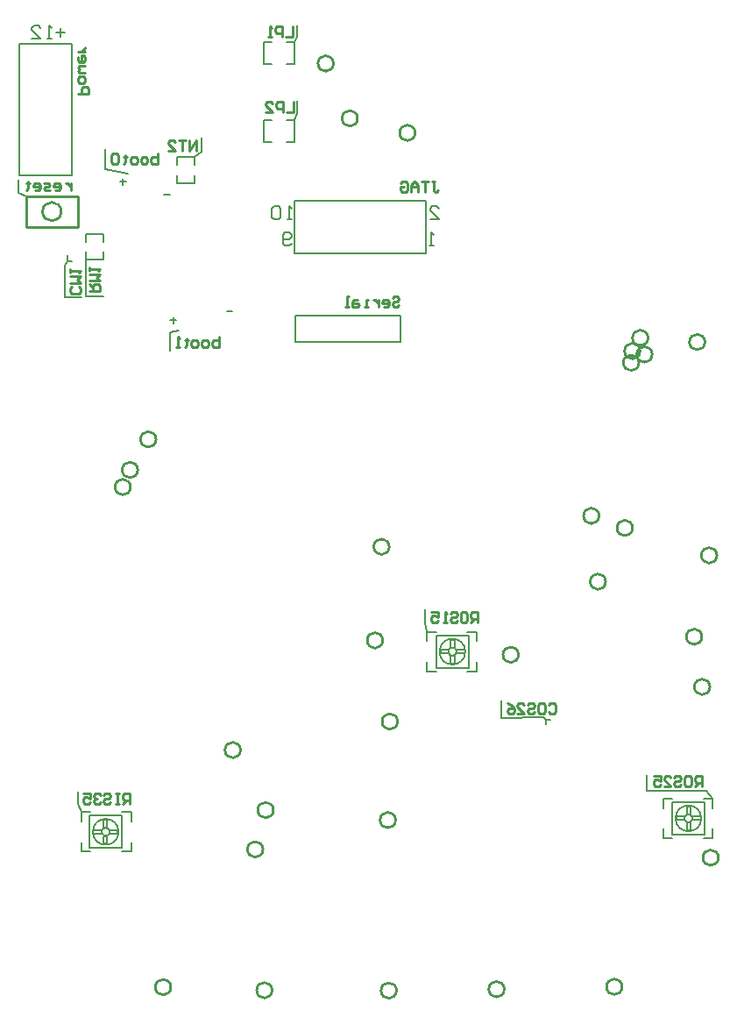
<source format=gbo>
G04*
G04 #@! TF.GenerationSoftware,Altium Limited,Altium Designer,19.0.10 (269)*
G04*
G04 Layer_Color=32896*
%FSLAX44Y44*%
%MOMM*%
G71*
G01*
G75*
%ADD10C,0.2540*%
%ADD11C,0.2000*%
%ADD12C,0.1524*%
%ADD13C,0.2500*%
%ADD15C,0.1270*%
%ADD16C,0.2032*%
%ADD68C,0.1520*%
D10*
X1024500Y1062000D02*
G03*
X1024500Y1062000I-7500J0D01*
G01*
X944409Y439327D02*
G03*
X944409Y439327I-7500J0D01*
G01*
X1037500Y564000D02*
G03*
X1037500Y564000I-7500J0D01*
G01*
X665581Y1331000D02*
G03*
X665581Y1331000I-7500J0D01*
G01*
X744500Y1264000D02*
G03*
X744500Y1264000I-7500J0D01*
G01*
X1029290Y729000D02*
G03*
X1029290Y729000I-7500J0D01*
G01*
X688910Y1278000D02*
G03*
X688910Y1278000I-7500J0D01*
G01*
X830598Y437000D02*
G03*
X830598Y437000I-7500J0D01*
G01*
X973500Y1049991D02*
G03*
X973500Y1049991I-7500J0D01*
G01*
X928585Y830585D02*
G03*
X928585Y830585I-7500J0D01*
G01*
X954500Y882399D02*
G03*
X954500Y882399I-7500J0D01*
G01*
X969500Y1066000D02*
G03*
X969500Y1066000I-7500J0D01*
G01*
X606323Y436000D02*
G03*
X606323Y436000I-7500J0D01*
G01*
X844319Y760000D02*
G03*
X844319Y760000I-7500J0D01*
G01*
X719500Y864350D02*
G03*
X719500Y864350I-7500J0D01*
G01*
X713167Y773902D02*
G03*
X713167Y773902I-7500J0D01*
G01*
X1036073Y856000D02*
G03*
X1036073Y856000I-7500J0D01*
G01*
X575756Y668000D02*
G03*
X575756Y668000I-7500J0D01*
G01*
X727500Y695500D02*
G03*
X727500Y695500I-7500J0D01*
G01*
X725598Y600339D02*
G03*
X725598Y600339I-7500J0D01*
G01*
X607500Y610000D02*
G03*
X607500Y610000I-7500J0D01*
G01*
X922174Y894144D02*
G03*
X922174Y894144I-7500J0D01*
G01*
X469500Y922000D02*
G03*
X469500Y922000I-7500J0D01*
G01*
X476500Y938473D02*
G03*
X476500Y938473I-7500J0D01*
G01*
X961788Y1053238D02*
G03*
X961788Y1053238I-7500J0D01*
G01*
X960673Y1042000D02*
G03*
X960673Y1042000I-7500J0D01*
G01*
X1021500Y777364D02*
G03*
X1021500Y777364I-7500J0D01*
G01*
X508500Y439000D02*
G03*
X508500Y439000I-7500J0D01*
G01*
X494175Y968000D02*
G03*
X494175Y968000I-7500J0D01*
G01*
X597500Y572027D02*
G03*
X597500Y572027I-7500J0D01*
G01*
X726500Y435722D02*
G03*
X726500Y435722I-7500J0D01*
G01*
X402500Y1188000D02*
G03*
X402500Y1188000I-9000J0D01*
G01*
X627000Y1293997D02*
Y1284000D01*
X620336D01*
X617003D02*
Y1293997D01*
X612005D01*
X610339Y1292331D01*
Y1288998D01*
X612005Y1287332D01*
X617003D01*
X600342Y1284000D02*
X607006D01*
X600342Y1290665D01*
Y1292331D01*
X602008Y1293997D01*
X605340D01*
X607006Y1292331D01*
X626000Y1366997D02*
Y1357000D01*
X619336D01*
X616003D02*
Y1366997D01*
X611005D01*
X609339Y1365331D01*
Y1361998D01*
X611005Y1360332D01*
X616003D01*
X606006Y1357000D02*
X602674D01*
X604340D01*
Y1366997D01*
X606006Y1365331D01*
X496000Y1243997D02*
Y1234000D01*
X491002D01*
X489336Y1235666D01*
Y1237332D01*
Y1238998D01*
X491002Y1240665D01*
X496000D01*
X484337Y1234000D02*
X481005D01*
X479339Y1235666D01*
Y1238998D01*
X481005Y1240665D01*
X484337D01*
X486003Y1238998D01*
Y1235666D01*
X484337Y1234000D01*
X474340D02*
X471008D01*
X469342Y1235666D01*
Y1238998D01*
X471008Y1240665D01*
X474340D01*
X476006Y1238998D01*
Y1235666D01*
X474340Y1234000D01*
X464343Y1242331D02*
Y1240665D01*
X466010D01*
X462677D01*
X464343D01*
Y1235666D01*
X462677Y1234000D01*
X457679Y1242331D02*
X456013Y1243997D01*
X452681D01*
X451015Y1242331D01*
Y1235666D01*
X452681Y1234000D01*
X456013D01*
X457679Y1235666D01*
Y1242331D01*
X412000Y1215665D02*
Y1209000D01*
Y1212332D01*
X410334Y1213998D01*
X408668Y1215665D01*
X407002D01*
X397005Y1209000D02*
X400337D01*
X402003Y1210666D01*
Y1213998D01*
X400337Y1215665D01*
X397005D01*
X395339Y1213998D01*
Y1212332D01*
X402003D01*
X392006Y1209000D02*
X387008D01*
X385342Y1210666D01*
X387008Y1212332D01*
X390340D01*
X392006Y1213998D01*
X390340Y1215665D01*
X385342D01*
X377011Y1209000D02*
X380344D01*
X382010Y1210666D01*
Y1213998D01*
X380344Y1215665D01*
X377011D01*
X375345Y1213998D01*
Y1212332D01*
X382010D01*
X370347Y1217331D02*
Y1215665D01*
X372013D01*
X368681D01*
X370347D01*
Y1210666D01*
X368681Y1209000D01*
X555000Y1066997D02*
Y1057000D01*
X550002D01*
X548335Y1058666D01*
Y1060332D01*
Y1061998D01*
X550002Y1063664D01*
X555000D01*
X543337Y1057000D02*
X540005D01*
X538339Y1058666D01*
Y1061998D01*
X540005Y1063664D01*
X543337D01*
X545003Y1061998D01*
Y1058666D01*
X543337Y1057000D01*
X533340D02*
X530008D01*
X528342Y1058666D01*
Y1061998D01*
X530008Y1063664D01*
X533340D01*
X535006Y1061998D01*
Y1058666D01*
X533340Y1057000D01*
X523344Y1065331D02*
Y1063664D01*
X525010D01*
X521677D01*
X523344D01*
Y1058666D01*
X521677Y1057000D01*
X516679D02*
X513347D01*
X515013D01*
Y1066997D01*
X516679Y1065331D01*
X1021500Y633000D02*
Y642997D01*
X1016502D01*
X1014836Y641331D01*
Y637998D01*
X1016502Y636332D01*
X1021500D01*
X1018168D02*
X1014836Y633000D01*
X1006505Y642997D02*
X1009837D01*
X1011503Y641331D01*
Y634666D01*
X1009837Y633000D01*
X1006505D01*
X1004839Y634666D01*
Y641331D01*
X1006505Y642997D01*
X994842Y641331D02*
X996508Y642997D01*
X999840D01*
X1001507Y641331D01*
Y639664D01*
X999840Y637998D01*
X996508D01*
X994842Y636332D01*
Y634666D01*
X996508Y633000D01*
X999840D01*
X1001507Y634666D01*
X984845Y633000D02*
X991510D01*
X984845Y639664D01*
Y641331D01*
X986511Y642997D01*
X989844D01*
X991510Y641331D01*
X974848Y642997D02*
X981513D01*
Y637998D01*
X978181Y639664D01*
X976515D01*
X974848Y637998D01*
Y634666D01*
X976515Y633000D01*
X979847D01*
X981513Y634666D01*
X805000Y791000D02*
Y800997D01*
X800002D01*
X798335Y799331D01*
Y795998D01*
X800002Y794332D01*
X805000D01*
X801668D02*
X798335Y791000D01*
X790005Y800997D02*
X793337D01*
X795003Y799331D01*
Y792666D01*
X793337Y791000D01*
X790005D01*
X788339Y792666D01*
Y799331D01*
X790005Y800997D01*
X778342Y799331D02*
X780008Y800997D01*
X783340D01*
X785006Y799331D01*
Y797664D01*
X783340Y795998D01*
X780008D01*
X778342Y794332D01*
Y792666D01*
X780008Y791000D01*
X783340D01*
X785006Y792666D01*
X775010Y791000D02*
X771677D01*
X773344D01*
Y800997D01*
X775010Y799331D01*
X760014Y800997D02*
X766679D01*
Y795998D01*
X763347Y797664D01*
X761681D01*
X760014Y795998D01*
Y792666D01*
X761681Y791000D01*
X765013D01*
X766679Y792666D01*
X430000Y1111000D02*
X439997D01*
Y1115998D01*
X438331Y1117664D01*
X434998D01*
X433332Y1115998D01*
Y1111000D01*
Y1114332D02*
X430000Y1117664D01*
Y1120997D02*
X439997D01*
X436665Y1124329D01*
X439997Y1127661D01*
X430000D01*
Y1130993D02*
Y1134326D01*
Y1132660D01*
X439997D01*
X438331Y1130993D01*
X468708Y616270D02*
Y626267D01*
X463710D01*
X462043Y624601D01*
Y621268D01*
X463710Y619602D01*
X468708D01*
X465376D02*
X462043Y616270D01*
X458711Y626267D02*
X455379D01*
X457045D01*
Y616270D01*
X458711D01*
X455379D01*
X443716Y624601D02*
X445382Y626267D01*
X448714D01*
X450381Y624601D01*
Y622934D01*
X448714Y621268D01*
X445382D01*
X443716Y619602D01*
Y617936D01*
X445382Y616270D01*
X448714D01*
X450381Y617936D01*
X440384Y624601D02*
X438718Y626267D01*
X435385D01*
X433719Y624601D01*
Y622934D01*
X435385Y621268D01*
X437052D01*
X435385D01*
X433719Y619602D01*
Y617936D01*
X435385Y616270D01*
X438718D01*
X440384Y617936D01*
X423722Y626267D02*
X430387D01*
Y621268D01*
X427055Y622934D01*
X425389D01*
X423722Y621268D01*
Y617936D01*
X425389Y616270D01*
X428721D01*
X430387Y617936D01*
X419000Y1302000D02*
X428997D01*
Y1306998D01*
X427331Y1308665D01*
X423998D01*
X422332Y1306998D01*
Y1302000D01*
X419000Y1313663D02*
Y1316995D01*
X420666Y1318661D01*
X423998D01*
X425664Y1316995D01*
Y1313663D01*
X423998Y1311997D01*
X420666D01*
X419000Y1313663D01*
X425664Y1321994D02*
X420666D01*
X419000Y1323660D01*
X420666Y1325326D01*
X419000Y1326992D01*
X420666Y1328658D01*
X425664D01*
X419000Y1336989D02*
Y1333656D01*
X420666Y1331990D01*
X423998D01*
X425664Y1333656D01*
Y1336989D01*
X423998Y1338655D01*
X422332D01*
Y1331990D01*
X425664Y1341987D02*
X419000D01*
X422332D01*
X423998Y1343653D01*
X425664Y1345319D01*
Y1346985D01*
X722316Y1104087D02*
X723982Y1105753D01*
X727314D01*
X728980Y1104087D01*
Y1102421D01*
X727314Y1100754D01*
X723982D01*
X722316Y1099088D01*
Y1097422D01*
X723982Y1095756D01*
X727314D01*
X728980Y1097422D01*
X713985Y1095756D02*
X717317D01*
X718983Y1097422D01*
Y1100754D01*
X717317Y1102421D01*
X713985D01*
X712319Y1100754D01*
Y1099088D01*
X718983D01*
X708986Y1102421D02*
Y1095756D01*
Y1099088D01*
X707320Y1100754D01*
X705654Y1102421D01*
X703988D01*
X698990Y1095756D02*
X695657D01*
X697324D01*
Y1102421D01*
X698990D01*
X688993D02*
X685661D01*
X683995Y1100754D01*
Y1095756D01*
X688993D01*
X690659Y1097422D01*
X688993Y1099088D01*
X683995D01*
X680662Y1095756D02*
X677330D01*
X678996D01*
Y1105753D01*
X680662D01*
X760415Y1216751D02*
X763748D01*
X762082D01*
Y1208420D01*
X763748Y1206754D01*
X765414D01*
X767080Y1208420D01*
X757083Y1216751D02*
X750419D01*
X753751D01*
Y1206754D01*
X747086D02*
Y1213419D01*
X743754Y1216751D01*
X740422Y1213419D01*
Y1206754D01*
Y1211752D01*
X747086D01*
X730425Y1215085D02*
X732091Y1216751D01*
X735424D01*
X737090Y1215085D01*
Y1208420D01*
X735424Y1206754D01*
X732091D01*
X730425Y1208420D01*
Y1211752D01*
X733757D01*
X533000Y1247000D02*
Y1256997D01*
X526335Y1247000D01*
Y1256997D01*
X523003D02*
X516339D01*
X519671D01*
Y1247000D01*
X506342D02*
X513006D01*
X506342Y1253664D01*
Y1255331D01*
X508008Y1256997D01*
X511340D01*
X513006Y1255331D01*
X873335Y711331D02*
X875002Y712997D01*
X878334D01*
X880000Y711331D01*
Y704666D01*
X878334Y703000D01*
X875002D01*
X873335Y704666D01*
X865005Y712997D02*
X868337D01*
X870003Y711331D01*
Y704666D01*
X868337Y703000D01*
X865005D01*
X863339Y704666D01*
Y711331D01*
X865005Y712997D01*
X853342Y711331D02*
X855008Y712997D01*
X858340D01*
X860006Y711331D01*
Y709665D01*
X858340Y707998D01*
X855008D01*
X853342Y706332D01*
Y704666D01*
X855008Y703000D01*
X858340D01*
X860006Y704666D01*
X843345Y703000D02*
X850010D01*
X843345Y709665D01*
Y711331D01*
X845011Y712997D01*
X848344D01*
X850010Y711331D01*
X833348Y712997D02*
X836681Y711331D01*
X840013Y707998D01*
Y704666D01*
X838347Y703000D01*
X835014D01*
X833348Y704666D01*
Y706332D01*
X835014Y707998D01*
X840013D01*
X419331Y1115665D02*
X420997Y1113998D01*
Y1110666D01*
X419331Y1109000D01*
X412666D01*
X411000Y1110666D01*
Y1113998D01*
X412666Y1115665D01*
X411000Y1118997D02*
X420997D01*
X417664Y1122329D01*
X420997Y1125661D01*
X411000D01*
Y1128994D02*
Y1132326D01*
Y1130660D01*
X420997D01*
X419331Y1128994D01*
D11*
X627869Y1147300D02*
Y1198100D01*
X754870Y1147300D02*
Y1198100D01*
X627869D02*
X754870D01*
X627869Y1147300D02*
X754870D01*
X412700Y1222900D02*
Y1349900D01*
X361900Y1222900D02*
Y1349900D01*
X412700D01*
X361900Y1222900D02*
X412700D01*
X628850Y1061750D02*
Y1087150D01*
Y1061750D02*
X730450D01*
X628850Y1087150D02*
X730450D01*
Y1061750D02*
Y1087150D01*
D12*
X620000Y1351500D02*
X628000D01*
X620000Y1330500D02*
X628000D01*
X598000D02*
X605500D01*
X598000Y1351500D02*
X606000D01*
X628000Y1330500D02*
Y1351500D01*
X598000Y1330500D02*
Y1351500D01*
X620000Y1276500D02*
X628000D01*
X620000Y1255500D02*
X628000D01*
X598000D02*
X605500D01*
X598000Y1276500D02*
X606000D01*
X628000Y1255500D02*
Y1276500D01*
X598000Y1255500D02*
Y1276500D01*
X531500Y1233000D02*
Y1240500D01*
X514500D02*
X531500D01*
X514500Y1233000D02*
Y1240500D01*
Y1215500D02*
Y1223000D01*
Y1215500D02*
X531500D01*
Y1223000D01*
X426500Y1159000D02*
Y1166500D01*
X443500D01*
Y1159000D02*
Y1166500D01*
Y1141500D02*
Y1149000D01*
X426500Y1141500D02*
X443500D01*
X426500D02*
Y1149000D01*
D13*
X368500Y1173000D02*
Y1203000D01*
Y1173000D02*
X418500D01*
Y1203000D01*
X368500D02*
X418500D01*
D15*
X1026000Y629000D02*
X1032000Y621000D01*
X968000Y629000D02*
X1026000D01*
X968000D02*
Y644000D01*
X993001Y586501D02*
X1023999D01*
X993001Y617499D02*
X1023999D01*
X993001Y586501D02*
Y617499D01*
X409000Y1140000D02*
X413000D01*
X409000D02*
Y1146000D01*
Y1140000D02*
Y1146000D01*
X406000Y1136000D02*
X409000Y1140000D01*
X406000Y1105000D02*
Y1136000D01*
Y1105000D02*
X422000D01*
X426000Y1136000D02*
X426500Y1141500D01*
X426000Y1136000D02*
X426536Y1106000D01*
X443000D01*
X460999Y573501D02*
Y604499D01*
X430001Y573501D02*
X460999D01*
X430001Y604499D02*
X460999D01*
X765001Y747501D02*
X795999D01*
X765001Y778499D02*
X795999D01*
X765001Y747501D02*
Y778499D01*
X508000Y1071000D02*
X516290Y1073000D01*
X508000Y1054000D02*
Y1071000D01*
Y1083000D02*
X514000D01*
X511000Y1080000D02*
Y1086000D01*
X562500Y1092000D02*
X568000D01*
X361000Y1206000D02*
X368500Y1203000D01*
X361000Y1206000D02*
Y1219000D01*
X459000Y1217000D02*
X465000D01*
X462000Y1214000D02*
Y1220000D01*
X501909Y1204000D02*
X508000D01*
X445000Y1229000D02*
X467000Y1225000D01*
X445000Y1229000D02*
Y1248000D01*
X531500Y1240500D02*
X538000Y1246000D01*
Y1259000D01*
X628000Y1276500D02*
X630000Y1283000D01*
Y1295000D01*
X628000Y1351500D02*
X630000Y1357000D01*
Y1368000D01*
X419000Y616000D02*
X422000Y608000D01*
X419000Y616000D02*
Y628000D01*
X871000Y693000D02*
Y697000D01*
X875000D01*
X871000D02*
X875000D01*
X868000Y700000D02*
X871000Y697000D01*
X828000Y699000D02*
X868000Y700000D01*
X828000Y699000D02*
Y701000D01*
Y716000D01*
X754000Y791000D02*
X756000Y782000D01*
X754000Y791000D02*
Y804000D01*
D16*
X1012404Y602000D02*
G03*
X1012404Y602000I-3904J0D01*
G01*
X1020918D02*
G03*
X1020918Y602000I-12418J0D01*
G01*
X457918Y589000D02*
G03*
X457918Y589000I-12418J0D01*
G01*
X449404D02*
G03*
X449404Y589000I-3904J0D01*
G01*
X784404Y763000D02*
G03*
X784404Y763000I-3904J0D01*
G01*
X792918D02*
G03*
X792918Y763000I-12418J0D01*
G01*
X1006999Y590499D02*
Y598500D01*
X1010499Y590499D02*
Y597999D01*
X1012501Y600499D02*
X1020001D01*
X1006999Y606001D02*
Y613501D01*
X1012501Y603999D02*
X1020001D01*
X1010499Y606001D02*
Y613501D01*
X1006999Y590499D02*
X1010499D01*
X1007499Y597999D02*
X1010499D01*
X1006999Y613501D02*
X1010499D01*
X1006999Y606001D02*
X1010499D01*
X1012501Y600499D02*
Y603999D01*
X1000001Y586501D02*
X1023999D01*
X1000001Y617499D02*
X1023999D01*
Y586501D02*
Y617499D01*
X996999Y600499D02*
X1005000D01*
X996999D02*
Y603999D01*
X993001Y599000D02*
Y604499D01*
X996999Y603999D02*
X1005000D01*
X449000Y587001D02*
X457001D01*
X460999Y586501D02*
Y592000D01*
X457001Y587001D02*
Y590501D01*
X449000D02*
X457001D01*
X430001Y573501D02*
Y604499D01*
Y573501D02*
X453999D01*
X430001Y604499D02*
X453999D01*
X441499Y587001D02*
Y590501D01*
X443501Y585000D02*
X447001D01*
X443501Y577499D02*
X447001D01*
X443501Y593000D02*
X446501D01*
X443501Y600501D02*
X447001D01*
X443501Y577499D02*
Y585000D01*
X433999Y587001D02*
X441499D01*
X447001Y577499D02*
Y585000D01*
X433999Y590501D02*
X441499D01*
X443501Y593000D02*
Y600501D01*
X447001Y592500D02*
Y600501D01*
X778999Y751499D02*
Y759500D01*
X782499Y751499D02*
Y758999D01*
X784501Y761499D02*
X792001D01*
X778999Y767000D02*
Y774501D01*
X784501Y764999D02*
X792001D01*
X782499Y767000D02*
Y774501D01*
X778999Y751499D02*
X782499D01*
X779499Y758999D02*
X782499D01*
X778999Y774501D02*
X782499D01*
X778999Y767000D02*
X782499D01*
X784501Y761499D02*
Y764999D01*
X772001Y747501D02*
X795999D01*
X772001Y778499D02*
X795999D01*
Y747501D02*
Y778499D01*
X768999Y761499D02*
X777000D01*
X768999D02*
Y764999D01*
X765001Y760000D02*
Y765499D01*
X768999Y764999D02*
X777000D01*
X759106Y1180320D02*
X767570D01*
X759106Y1188784D01*
Y1190900D01*
X761221Y1193016D01*
X765453D01*
X767570Y1190900D01*
X762489Y1154920D02*
X758258D01*
X760374D01*
Y1167616D01*
X762489Y1165500D01*
X625330Y1157036D02*
X623214Y1154920D01*
X618982D01*
X616866Y1157036D01*
Y1165500D01*
X618982Y1167616D01*
X623214D01*
X625330Y1165500D01*
Y1163384D01*
X623214Y1161268D01*
X616866D01*
X625330Y1180320D02*
X621097D01*
X623214D01*
Y1193016D01*
X625330Y1190900D01*
X614750D02*
X612634Y1193016D01*
X608402D01*
X606286Y1190900D01*
Y1182436D01*
X608402Y1180320D01*
X612634D01*
X614750Y1182436D01*
Y1190900D01*
X406000Y1361348D02*
X397536D01*
X401768Y1365580D02*
Y1357116D01*
X393304Y1355000D02*
X389072D01*
X391188D01*
Y1367696D01*
X393304Y1365580D01*
X374260Y1355000D02*
X382724D01*
X374260Y1363464D01*
Y1365580D01*
X376376Y1367696D01*
X380608D01*
X382724Y1365580D01*
D68*
X1023000Y621000D02*
X1032000D01*
Y612000D02*
Y621000D01*
Y583000D02*
Y592000D01*
X1023000Y583000D02*
X1032000D01*
X984000Y621000D02*
X993000D01*
X984000Y612000D02*
Y621000D01*
Y583000D02*
Y592000D01*
Y583000D02*
X993000D01*
X461000Y608000D02*
X470000D01*
Y599000D02*
Y608000D01*
Y570000D02*
Y579000D01*
X461000Y570000D02*
X470000D01*
X422000Y608000D02*
X431000D01*
X422000Y599000D02*
Y608000D01*
Y570000D02*
Y579000D01*
Y570000D02*
X431000D01*
X795000Y782000D02*
X804000D01*
Y773000D02*
Y782000D01*
Y744000D02*
Y753000D01*
X795000Y744000D02*
X804000D01*
X756000Y782000D02*
X765000D01*
X756000Y773000D02*
Y782000D01*
Y744000D02*
Y753000D01*
Y744000D02*
X765000D01*
M02*

</source>
